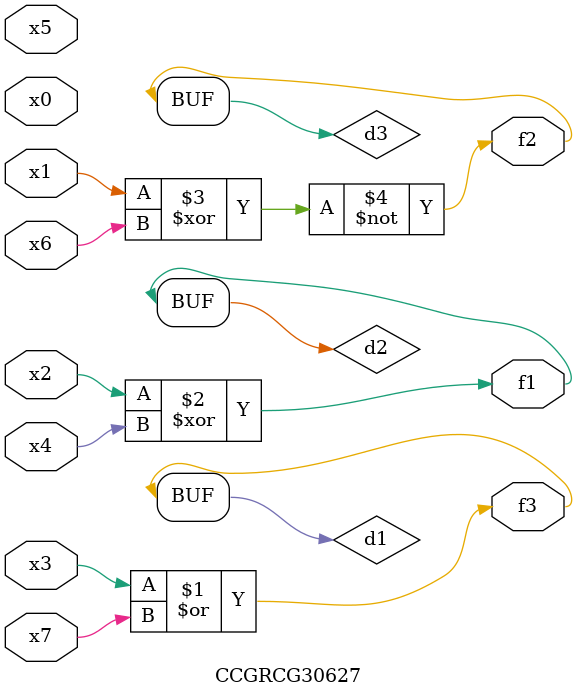
<source format=v>
module CCGRCG30627(
	input x0, x1, x2, x3, x4, x5, x6, x7,
	output f1, f2, f3
);

	wire d1, d2, d3;

	or (d1, x3, x7);
	xor (d2, x2, x4);
	xnor (d3, x1, x6);
	assign f1 = d2;
	assign f2 = d3;
	assign f3 = d1;
endmodule

</source>
